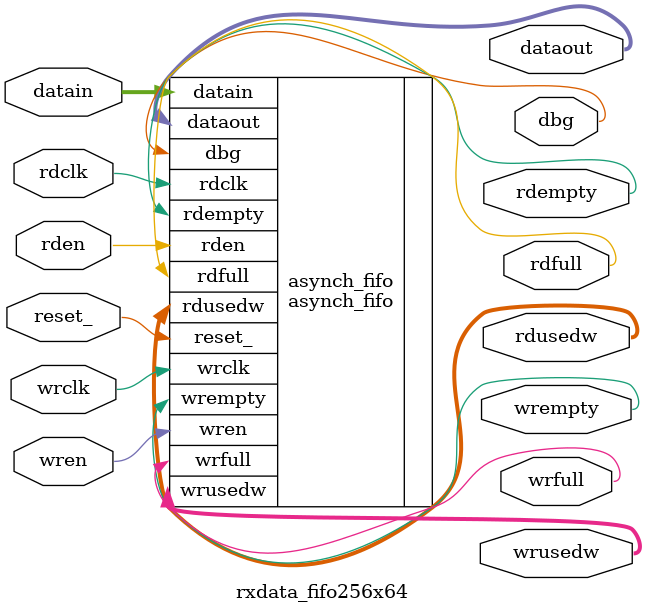
<source format=v>

`timescale 1ns / 1ps
module rxdata_fifo256x64 # (parameter WIDTH = 64,         	// considering 8X8 fifo
								DEPTH = 256,
								PTR	= 8 )          			// 2**8 = 256 (DEPTH)
		  (
			input 	wire 				reset_,
			
			input 	wire 				wrclk,      		// Clk for writing data                              
			input 	wire 				wren,       		// request to write                                     
			input 	wire [WIDTH-1 : 0]	datain,     		// Data coming in                                 
			output	wire				wrfull,     		// indicates fifo is full or not (To avoid overiding)
			output	wire 			 	wrempty,    		// 0- some data is present (atleast 1 data is present)                                            
			output	wire [PTR  : 0]		wrusedw,    		// number of slots currently in use for writing                                                                                                         
			
			//=== Signals for READ			
			input  	wire 				rdclk,      		// Clk for reading data                                
			input  	wire 				rden,       		// Request to read from FIFO                           
			output 	wire [WIDTH-1 : 0]	dataout,    		// Data coming out                                     
			output 	wire 				rdfull,     		// 1-FIFO IS FULL (DATA AVAILABLE FOR READ is == DEPTH) 
			output 	wire 				rdempty,    		// indicates fifo is empty or not (to avoid underflow)  
			output 	wire [PTR  : 0] 	rdusedw,    		// number of slots currently in use for reading
			
			//=== Signals for TEST
			output 	wire 				dbg
);
			
asynch_fifo # ( .WIDTH(WIDTH),         						// considering 8X8 fifo
					.DEPTH(DEPTH),
					.PTR(PTR) )          					// 2**8 = 256 (DEPTH)

	asynch_fifo		  (
			.reset_		(reset_),
			
			//=== Signals for WRITE			
			.wrclk		(wrclk),      						// Clk for writing data                              
			.wren		(wren),       						// request to write                                     
			.datain		(datain),     						// Data coming in                                 
			.wrfull		(wrfull),     						// indicates fifo is full or not (To avoid overiding)
			.wrempty	(wrempty),    						// 0- some data is present (atleast 1 data is present)                                            
			.wrusedw	(wrusedw),    						// number of slots currently in use for writing                                                                                                         
                                     			            
			//=== Signals for READ			                
			.rdclk		(rdclk),      						// Clk for reading data                                
			.rden		(rden),       						// Request to read from FIFO                           
			.dataout	(dataout),    						// Data coming out                                     
			.rdfull		(rdfull),     						// 1-FIFO IS FULL (DATA AVAILABLE FOR READ is == DEPTH) 
			.rdempty	(rdempty),    						// indicates fifo is empty or not (to avoid underflow)  
			.rdusedw	(rdusedw),    						// number of slots currently in use for reading
			
			//=== Signals for TEST
			.dbg		(dbg)
);			
						
endmodule
</source>
